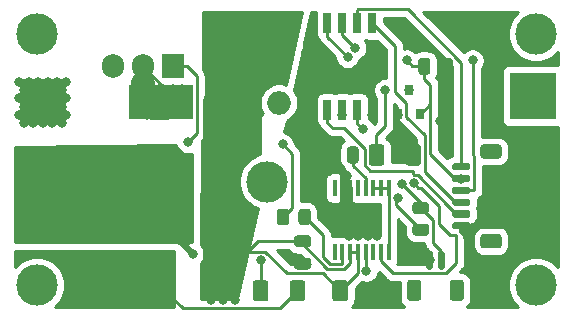
<source format=gbr>
%TF.GenerationSoftware,KiCad,Pcbnew,(5.1.9-0-10_14)*%
%TF.CreationDate,2021-03-17T00:33:25+08:00*%
%TF.ProjectId,xhp70-driver,78687037-302d-4647-9269-7665722e6b69,rev?*%
%TF.SameCoordinates,Original*%
%TF.FileFunction,Copper,L1,Top*%
%TF.FilePolarity,Positive*%
%FSLAX46Y46*%
G04 Gerber Fmt 4.6, Leading zero omitted, Abs format (unit mm)*
G04 Created by KiCad (PCBNEW (5.1.9-0-10_14)) date 2021-03-17 00:33:25*
%MOMM*%
%LPD*%
G01*
G04 APERTURE LIST*
%TA.AperFunction,ComponentPad*%
%ADD10C,3.500000*%
%TD*%
%TA.AperFunction,ComponentPad*%
%ADD11O,1.905000X2.000000*%
%TD*%
%TA.AperFunction,ComponentPad*%
%ADD12R,1.905000X2.000000*%
%TD*%
%TA.AperFunction,ComponentPad*%
%ADD13O,2.000000X2.000000*%
%TD*%
%TA.AperFunction,ComponentPad*%
%ADD14R,2.000000X2.000000*%
%TD*%
%TA.AperFunction,SMDPad,CuDef*%
%ADD15R,0.800000X0.900000*%
%TD*%
%TA.AperFunction,SMDPad,CuDef*%
%ADD16R,0.650000X1.700000*%
%TD*%
%TA.AperFunction,SMDPad,CuDef*%
%ADD17R,2.940000X2.720000*%
%TD*%
%TA.AperFunction,SMDPad,CuDef*%
%ADD18R,0.350000X1.400000*%
%TD*%
%TA.AperFunction,SMDPad,CuDef*%
%ADD19R,5.400000X2.900000*%
%TD*%
%TA.AperFunction,SMDPad,CuDef*%
%ADD20R,4.000000X4.000000*%
%TD*%
%TA.AperFunction,ViaPad*%
%ADD21C,0.800000*%
%TD*%
%TA.AperFunction,Conductor*%
%ADD22C,0.400000*%
%TD*%
%TA.AperFunction,Conductor*%
%ADD23C,0.250000*%
%TD*%
%TA.AperFunction,Conductor*%
%ADD24C,2.000000*%
%TD*%
%TA.AperFunction,Conductor*%
%ADD25C,3.000000*%
%TD*%
%TA.AperFunction,Conductor*%
%ADD26C,4.000000*%
%TD*%
%TA.AperFunction,Conductor*%
%ADD27C,0.500000*%
%TD*%
%TA.AperFunction,Conductor*%
%ADD28C,0.254000*%
%TD*%
%TA.AperFunction,Conductor*%
%ADD29C,0.100000*%
%TD*%
G04 APERTURE END LIST*
%TO.P,C8,2*%
%TO.N,GND*%
%TA.AperFunction,SMDPad,CuDef*%
G36*
G01*
X148700000Y-56475000D02*
X148700000Y-55525000D01*
G75*
G02*
X148950000Y-55275000I250000J0D01*
G01*
X149450000Y-55275000D01*
G75*
G02*
X149700000Y-55525000I0J-250000D01*
G01*
X149700000Y-56475000D01*
G75*
G02*
X149450000Y-56725000I-250000J0D01*
G01*
X148950000Y-56725000D01*
G75*
G02*
X148700000Y-56475000I0J250000D01*
G01*
G37*
%TD.AperFunction*%
%TO.P,C8,1*%
%TO.N,+5V*%
%TA.AperFunction,SMDPad,CuDef*%
G36*
G01*
X146800000Y-56475000D02*
X146800000Y-55525000D01*
G75*
G02*
X147050000Y-55275000I250000J0D01*
G01*
X147550000Y-55275000D01*
G75*
G02*
X147800000Y-55525000I0J-250000D01*
G01*
X147800000Y-56475000D01*
G75*
G02*
X147550000Y-56725000I-250000J0D01*
G01*
X147050000Y-56725000D01*
G75*
G02*
X146800000Y-56475000I0J250000D01*
G01*
G37*
%TD.AperFunction*%
%TD*%
D10*
%TO.P,H3,1*%
%TO.N,N/C*%
X156750000Y-74500000D03*
%TD*%
%TO.P,J2,MP*%
%TO.N,N/C*%
%TA.AperFunction,SMDPad,CuDef*%
G36*
G01*
X152299999Y-70200000D02*
X153600001Y-70200000D01*
G75*
G02*
X153850000Y-70449999I0J-249999D01*
G01*
X153850000Y-71150001D01*
G75*
G02*
X153600001Y-71400000I-249999J0D01*
G01*
X152299999Y-71400000D01*
G75*
G02*
X152050000Y-71150001I0J249999D01*
G01*
X152050000Y-70449999D01*
G75*
G02*
X152299999Y-70200000I249999J0D01*
G01*
G37*
%TD.AperFunction*%
%TA.AperFunction,SMDPad,CuDef*%
G36*
G01*
X152299999Y-62600000D02*
X153600001Y-62600000D01*
G75*
G02*
X153850000Y-62849999I0J-249999D01*
G01*
X153850000Y-63550001D01*
G75*
G02*
X153600001Y-63800000I-249999J0D01*
G01*
X152299999Y-63800000D01*
G75*
G02*
X152050000Y-63550001I0J249999D01*
G01*
X152050000Y-62849999D01*
G75*
G02*
X152299999Y-62600000I249999J0D01*
G01*
G37*
%TD.AperFunction*%
%TO.P,J2,6*%
%TO.N,GND*%
%TA.AperFunction,SMDPad,CuDef*%
G36*
G01*
X149800000Y-69200000D02*
X151050000Y-69200000D01*
G75*
G02*
X151200000Y-69350000I0J-150000D01*
G01*
X151200000Y-69650000D01*
G75*
G02*
X151050000Y-69800000I-150000J0D01*
G01*
X149800000Y-69800000D01*
G75*
G02*
X149650000Y-69650000I0J150000D01*
G01*
X149650000Y-69350000D01*
G75*
G02*
X149800000Y-69200000I150000J0D01*
G01*
G37*
%TD.AperFunction*%
%TO.P,J2,5*%
%TO.N,Net-(J2-Pad5)*%
%TA.AperFunction,SMDPad,CuDef*%
G36*
G01*
X149800000Y-68200000D02*
X151050000Y-68200000D01*
G75*
G02*
X151200000Y-68350000I0J-150000D01*
G01*
X151200000Y-68650000D01*
G75*
G02*
X151050000Y-68800000I-150000J0D01*
G01*
X149800000Y-68800000D01*
G75*
G02*
X149650000Y-68650000I0J150000D01*
G01*
X149650000Y-68350000D01*
G75*
G02*
X149800000Y-68200000I150000J0D01*
G01*
G37*
%TD.AperFunction*%
%TO.P,J2,4*%
%TO.N,EC_Int*%
%TA.AperFunction,SMDPad,CuDef*%
G36*
G01*
X149800000Y-67200000D02*
X151050000Y-67200000D01*
G75*
G02*
X151200000Y-67350000I0J-150000D01*
G01*
X151200000Y-67650000D01*
G75*
G02*
X151050000Y-67800000I-150000J0D01*
G01*
X149800000Y-67800000D01*
G75*
G02*
X149650000Y-67650000I0J150000D01*
G01*
X149650000Y-67350000D01*
G75*
G02*
X149800000Y-67200000I150000J0D01*
G01*
G37*
%TD.AperFunction*%
%TO.P,J2,3*%
%TO.N,EC_B*%
%TA.AperFunction,SMDPad,CuDef*%
G36*
G01*
X149800000Y-66200000D02*
X151050000Y-66200000D01*
G75*
G02*
X151200000Y-66350000I0J-150000D01*
G01*
X151200000Y-66650000D01*
G75*
G02*
X151050000Y-66800000I-150000J0D01*
G01*
X149800000Y-66800000D01*
G75*
G02*
X149650000Y-66650000I0J150000D01*
G01*
X149650000Y-66350000D01*
G75*
G02*
X149800000Y-66200000I150000J0D01*
G01*
G37*
%TD.AperFunction*%
%TO.P,J2,2*%
%TO.N,+5V*%
%TA.AperFunction,SMDPad,CuDef*%
G36*
G01*
X149800000Y-65200000D02*
X151050000Y-65200000D01*
G75*
G02*
X151200000Y-65350000I0J-150000D01*
G01*
X151200000Y-65650000D01*
G75*
G02*
X151050000Y-65800000I-150000J0D01*
G01*
X149800000Y-65800000D01*
G75*
G02*
X149650000Y-65650000I0J150000D01*
G01*
X149650000Y-65350000D01*
G75*
G02*
X149800000Y-65200000I150000J0D01*
G01*
G37*
%TD.AperFunction*%
%TO.P,J2,1*%
%TO.N,EC_A*%
%TA.AperFunction,SMDPad,CuDef*%
G36*
G01*
X149800000Y-64200000D02*
X151050000Y-64200000D01*
G75*
G02*
X151200000Y-64350000I0J-150000D01*
G01*
X151200000Y-64650000D01*
G75*
G02*
X151050000Y-64800000I-150000J0D01*
G01*
X149800000Y-64800000D01*
G75*
G02*
X149650000Y-64650000I0J150000D01*
G01*
X149650000Y-64350000D01*
G75*
G02*
X149800000Y-64200000I150000J0D01*
G01*
G37*
%TD.AperFunction*%
%TD*%
D11*
%TO.P,Q1,3*%
%TO.N,GND*%
X120920000Y-56000000D03*
%TO.P,Q1,2*%
%TO.N,Net-(D1-Pad2)*%
X123460000Y-56000000D03*
D12*
%TO.P,Q1,1*%
%TO.N,Net-(Q1-Pad1)*%
X126000000Y-56000000D03*
%TD*%
D13*
%TO.P,D1,2*%
%TO.N,Net-(D1-Pad2)*%
X135000000Y-59080000D03*
D14*
%TO.P,D1,1*%
%TO.N,Batt+*%
X135000000Y-54000000D03*
%TD*%
D15*
%TO.P,U3,3*%
%TO.N,Batt+*%
X146000000Y-58000000D03*
%TO.P,U3,2*%
%TO.N,+5V*%
X146950000Y-60000000D03*
%TO.P,U3,1*%
%TO.N,GND*%
X145050000Y-60000000D03*
%TD*%
D16*
%TO.P,U2,8*%
%TO.N,+5V*%
X139095000Y-52350000D03*
%TO.P,U2,7*%
%TO.N,EC_B*%
X140365000Y-52350000D03*
%TO.P,U2,6*%
%TO.N,EC_A*%
X141635000Y-52350000D03*
%TO.P,U2,5*%
%TO.N,EC_Int*%
X142905000Y-52350000D03*
%TO.P,U2,4*%
%TO.N,GND*%
X142905000Y-59650000D03*
%TO.P,U2,3*%
%TO.N,PWM*%
X141635000Y-59650000D03*
%TO.P,U2,2*%
%TO.N,NTC*%
X140365000Y-59650000D03*
%TO.P,U2,1*%
%TO.N,Net-(J2-Pad5)*%
X139095000Y-59650000D03*
%TD*%
D17*
%TO.P,U1,17*%
%TO.N,GND*%
X142000000Y-69000000D03*
D18*
%TO.P,U1,8*%
%TO.N,Net-(U1-Pad8)*%
X139725000Y-66300000D03*
%TO.P,U1,9*%
%TO.N,Net-(U1-Pad9)*%
X139725000Y-71700000D03*
%TO.P,U1,7*%
%TO.N,GND*%
X140375000Y-66300000D03*
%TO.P,U1,10*%
%TO.N,Net-(R3-Pad2)*%
X140375000Y-71700000D03*
%TO.P,U1,6*%
%TO.N,GND*%
X141025000Y-66300000D03*
%TO.P,U1,11*%
%TO.N,Batt+*%
X141025000Y-71700000D03*
%TO.P,U1,5*%
%TO.N,Net-(U1-Pad5)*%
X141675000Y-66300000D03*
%TO.P,U1,12*%
%TO.N,Batt+*%
X141675000Y-71700000D03*
%TO.P,U1,4*%
%TO.N,Net-(C6-Pad1)*%
X142325000Y-66300000D03*
%TO.P,U1,13*%
%TO.N,Net-(C3-Pad2)*%
X142325000Y-71700000D03*
%TO.P,U1,3*%
%TO.N,Net-(U1-Pad1)*%
X142975000Y-66300000D03*
%TO.P,U1,14*%
%TO.N,Net-(U1-Pad14)*%
X142975000Y-71700000D03*
%TO.P,U1,2*%
%TO.N,Net-(U1-Pad1)*%
X143625000Y-66300000D03*
%TO.P,U1,15*%
%TO.N,PWM*%
X143625000Y-71700000D03*
%TO.P,U1,1*%
%TO.N,Net-(U1-Pad1)*%
X144275000Y-66300000D03*
%TO.P,U1,16*%
X144275000Y-71700000D03*
%TD*%
%TO.P,R5,MP*%
%TO.N,N/C*%
%TA.AperFunction,SMDPad,CuDef*%
G36*
G01*
X147050000Y-74299999D02*
X147050000Y-75600001D01*
G75*
G02*
X146800001Y-75850000I-249999J0D01*
G01*
X146099999Y-75850000D01*
G75*
G02*
X145850000Y-75600001I0J249999D01*
G01*
X145850000Y-74299999D01*
G75*
G02*
X146099999Y-74050000I249999J0D01*
G01*
X146800001Y-74050000D01*
G75*
G02*
X147050000Y-74299999I0J-249999D01*
G01*
G37*
%TD.AperFunction*%
%TA.AperFunction,SMDPad,CuDef*%
G36*
G01*
X150650000Y-74299999D02*
X150650000Y-75600001D01*
G75*
G02*
X150400001Y-75850000I-249999J0D01*
G01*
X149699999Y-75850000D01*
G75*
G02*
X149450000Y-75600001I0J249999D01*
G01*
X149450000Y-74299999D01*
G75*
G02*
X149699999Y-74050000I249999J0D01*
G01*
X150400001Y-74050000D01*
G75*
G02*
X150650000Y-74299999I0J-249999D01*
G01*
G37*
%TD.AperFunction*%
%TO.P,R5,2*%
%TO.N,GND*%
%TA.AperFunction,SMDPad,CuDef*%
G36*
G01*
X148050000Y-71800000D02*
X148050000Y-73050000D01*
G75*
G02*
X147900000Y-73200000I-150000J0D01*
G01*
X147600000Y-73200000D01*
G75*
G02*
X147450000Y-73050000I0J150000D01*
G01*
X147450000Y-71800000D01*
G75*
G02*
X147600000Y-71650000I150000J0D01*
G01*
X147900000Y-71650000D01*
G75*
G02*
X148050000Y-71800000I0J-150000D01*
G01*
G37*
%TD.AperFunction*%
%TO.P,R5,1*%
%TO.N,NTC*%
%TA.AperFunction,SMDPad,CuDef*%
G36*
G01*
X149050000Y-71800000D02*
X149050000Y-73050000D01*
G75*
G02*
X148900000Y-73200000I-150000J0D01*
G01*
X148600000Y-73200000D01*
G75*
G02*
X148450000Y-73050000I0J150000D01*
G01*
X148450000Y-71800000D01*
G75*
G02*
X148600000Y-71650000I150000J0D01*
G01*
X148900000Y-71650000D01*
G75*
G02*
X149050000Y-71800000I0J-150000D01*
G01*
G37*
%TD.AperFunction*%
%TD*%
%TO.P,R4,2*%
%TO.N,NTC*%
%TA.AperFunction,SMDPad,CuDef*%
G36*
G01*
X147450002Y-68512500D02*
X146549998Y-68512500D01*
G75*
G02*
X146300000Y-68262502I0J249998D01*
G01*
X146300000Y-67737498D01*
G75*
G02*
X146549998Y-67487500I249998J0D01*
G01*
X147450002Y-67487500D01*
G75*
G02*
X147700000Y-67737498I0J-249998D01*
G01*
X147700000Y-68262502D01*
G75*
G02*
X147450002Y-68512500I-249998J0D01*
G01*
G37*
%TD.AperFunction*%
%TO.P,R4,1*%
%TO.N,+5V*%
%TA.AperFunction,SMDPad,CuDef*%
G36*
G01*
X147450002Y-70337500D02*
X146549998Y-70337500D01*
G75*
G02*
X146300000Y-70087502I0J249998D01*
G01*
X146300000Y-69562498D01*
G75*
G02*
X146549998Y-69312500I249998J0D01*
G01*
X147450002Y-69312500D01*
G75*
G02*
X147700000Y-69562498I0J-249998D01*
G01*
X147700000Y-70087502D01*
G75*
G02*
X147450002Y-70337500I-249998J0D01*
G01*
G37*
%TD.AperFunction*%
%TD*%
%TO.P,R3,2*%
%TO.N,Net-(R3-Pad2)*%
%TA.AperFunction,SMDPad,CuDef*%
G36*
G01*
X136650000Y-69200002D02*
X136650000Y-68299998D01*
G75*
G02*
X136899998Y-68050000I249998J0D01*
G01*
X137425002Y-68050000D01*
G75*
G02*
X137675000Y-68299998I0J-249998D01*
G01*
X137675000Y-69200002D01*
G75*
G02*
X137425002Y-69450000I-249998J0D01*
G01*
X136899998Y-69450000D01*
G75*
G02*
X136650000Y-69200002I0J249998D01*
G01*
G37*
%TD.AperFunction*%
%TO.P,R3,1*%
%TO.N,Net-(Q1-Pad1)*%
%TA.AperFunction,SMDPad,CuDef*%
G36*
G01*
X134825000Y-69200002D02*
X134825000Y-68299998D01*
G75*
G02*
X135074998Y-68050000I249998J0D01*
G01*
X135600002Y-68050000D01*
G75*
G02*
X135850000Y-68299998I0J-249998D01*
G01*
X135850000Y-69200002D01*
G75*
G02*
X135600002Y-69450000I-249998J0D01*
G01*
X135074998Y-69450000D01*
G75*
G02*
X134825000Y-69200002I0J249998D01*
G01*
G37*
%TD.AperFunction*%
%TD*%
%TO.P,R1,2*%
%TO.N,Net-(C3-Pad2)*%
%TA.AperFunction,SMDPad,CuDef*%
G36*
G01*
X124650000Y-72574999D02*
X124650000Y-75425001D01*
G75*
G02*
X124400001Y-75675000I-249999J0D01*
G01*
X123674999Y-75675000D01*
G75*
G02*
X123425000Y-75425001I0J249999D01*
G01*
X123425000Y-72574999D01*
G75*
G02*
X123674999Y-72325000I249999J0D01*
G01*
X124400001Y-72325000D01*
G75*
G02*
X124650000Y-72574999I0J-249999D01*
G01*
G37*
%TD.AperFunction*%
%TO.P,R1,1*%
%TO.N,Batt+*%
%TA.AperFunction,SMDPad,CuDef*%
G36*
G01*
X130575000Y-72574999D02*
X130575000Y-75425001D01*
G75*
G02*
X130325001Y-75675000I-249999J0D01*
G01*
X129599999Y-75675000D01*
G75*
G02*
X129350000Y-75425001I0J249999D01*
G01*
X129350000Y-72574999D01*
G75*
G02*
X129599999Y-72325000I249999J0D01*
G01*
X130325001Y-72325000D01*
G75*
G02*
X130575000Y-72574999I0J-249999D01*
G01*
G37*
%TD.AperFunction*%
%TD*%
D19*
%TO.P,L1,2*%
%TO.N,Net-(D1-Pad2)*%
X125000000Y-59050000D03*
%TO.P,L1,1*%
%TO.N,Net-(C3-Pad1)*%
X125000000Y-68950000D03*
%TD*%
D20*
%TO.P,J1,2*%
%TO.N,GND*%
X156500000Y-65000000D03*
%TO.P,J1,1*%
%TO.N,Batt+*%
X156500000Y-58500000D03*
%TD*%
%TO.P,D2,2*%
%TO.N,Net-(C3-Pad2)*%
X115000000Y-59000000D03*
%TO.P,D2,1*%
%TO.N,Net-(C3-Pad1)*%
X115000000Y-65500000D03*
%TD*%
%TO.P,C6,2*%
%TO.N,GND*%
%TA.AperFunction,SMDPad,CuDef*%
G36*
G01*
X139850000Y-63025000D02*
X139850000Y-63975000D01*
G75*
G02*
X139600000Y-64225000I-250000J0D01*
G01*
X139100000Y-64225000D01*
G75*
G02*
X138850000Y-63975000I0J250000D01*
G01*
X138850000Y-63025000D01*
G75*
G02*
X139100000Y-62775000I250000J0D01*
G01*
X139600000Y-62775000D01*
G75*
G02*
X139850000Y-63025000I0J-250000D01*
G01*
G37*
%TD.AperFunction*%
%TO.P,C6,1*%
%TO.N,Net-(C6-Pad1)*%
%TA.AperFunction,SMDPad,CuDef*%
G36*
G01*
X141750000Y-63025000D02*
X141750000Y-63975000D01*
G75*
G02*
X141500000Y-64225000I-250000J0D01*
G01*
X141000000Y-64225000D01*
G75*
G02*
X140750000Y-63975000I0J250000D01*
G01*
X140750000Y-63025000D01*
G75*
G02*
X141000000Y-62775000I250000J0D01*
G01*
X141500000Y-62775000D01*
G75*
G02*
X141750000Y-63025000I0J-250000D01*
G01*
G37*
%TD.AperFunction*%
%TD*%
%TO.P,C5,2*%
%TO.N,GND*%
%TA.AperFunction,SMDPad,CuDef*%
G36*
G01*
X136525000Y-72200000D02*
X137475000Y-72200000D01*
G75*
G02*
X137725000Y-72450000I0J-250000D01*
G01*
X137725000Y-72950000D01*
G75*
G02*
X137475000Y-73200000I-250000J0D01*
G01*
X136525000Y-73200000D01*
G75*
G02*
X136275000Y-72950000I0J250000D01*
G01*
X136275000Y-72450000D01*
G75*
G02*
X136525000Y-72200000I250000J0D01*
G01*
G37*
%TD.AperFunction*%
%TO.P,C5,1*%
%TO.N,Batt+*%
%TA.AperFunction,SMDPad,CuDef*%
G36*
G01*
X136525000Y-70300000D02*
X137475000Y-70300000D01*
G75*
G02*
X137725000Y-70550000I0J-250000D01*
G01*
X137725000Y-71050000D01*
G75*
G02*
X137475000Y-71300000I-250000J0D01*
G01*
X136525000Y-71300000D01*
G75*
G02*
X136275000Y-71050000I0J250000D01*
G01*
X136275000Y-70550000D01*
G75*
G02*
X136525000Y-70300000I250000J0D01*
G01*
G37*
%TD.AperFunction*%
%TD*%
%TO.P,C4,2*%
%TO.N,GND*%
%TA.AperFunction,SMDPad,CuDef*%
G36*
G01*
X145712500Y-64150003D02*
X145712500Y-62849997D01*
G75*
G02*
X145962497Y-62600000I249997J0D01*
G01*
X146787503Y-62600000D01*
G75*
G02*
X147037500Y-62849997I0J-249997D01*
G01*
X147037500Y-64150003D01*
G75*
G02*
X146787503Y-64400000I-249997J0D01*
G01*
X145962497Y-64400000D01*
G75*
G02*
X145712500Y-64150003I0J249997D01*
G01*
G37*
%TD.AperFunction*%
%TO.P,C4,1*%
%TO.N,Batt+*%
%TA.AperFunction,SMDPad,CuDef*%
G36*
G01*
X142587500Y-64150003D02*
X142587500Y-62849997D01*
G75*
G02*
X142837497Y-62600000I249997J0D01*
G01*
X143662503Y-62600000D01*
G75*
G02*
X143912500Y-62849997I0J-249997D01*
G01*
X143912500Y-64150003D01*
G75*
G02*
X143662503Y-64400000I-249997J0D01*
G01*
X142837497Y-64400000D01*
G75*
G02*
X142587500Y-64150003I0J249997D01*
G01*
G37*
%TD.AperFunction*%
%TD*%
%TO.P,C3,2*%
%TO.N,Net-(C3-Pad2)*%
%TA.AperFunction,SMDPad,CuDef*%
G36*
G01*
X135900000Y-75650003D02*
X135900000Y-74349997D01*
G75*
G02*
X136149997Y-74100000I249997J0D01*
G01*
X136975003Y-74100000D01*
G75*
G02*
X137225000Y-74349997I0J-249997D01*
G01*
X137225000Y-75650003D01*
G75*
G02*
X136975003Y-75900000I-249997J0D01*
G01*
X136149997Y-75900000D01*
G75*
G02*
X135900000Y-75650003I0J249997D01*
G01*
G37*
%TD.AperFunction*%
%TO.P,C3,1*%
%TO.N,Net-(C3-Pad1)*%
%TA.AperFunction,SMDPad,CuDef*%
G36*
G01*
X132775000Y-75650003D02*
X132775000Y-74349997D01*
G75*
G02*
X133024997Y-74100000I249997J0D01*
G01*
X133850003Y-74100000D01*
G75*
G02*
X134100000Y-74349997I0J-249997D01*
G01*
X134100000Y-75650003D01*
G75*
G02*
X133850003Y-75900000I-249997J0D01*
G01*
X133024997Y-75900000D01*
G75*
G02*
X132775000Y-75650003I0J249997D01*
G01*
G37*
%TD.AperFunction*%
%TD*%
%TO.P,C2,2*%
%TO.N,GND*%
%TA.AperFunction,SMDPad,CuDef*%
G36*
G01*
X142650000Y-75650003D02*
X142650000Y-74349997D01*
G75*
G02*
X142899997Y-74100000I249997J0D01*
G01*
X143725003Y-74100000D01*
G75*
G02*
X143975000Y-74349997I0J-249997D01*
G01*
X143975000Y-75650003D01*
G75*
G02*
X143725003Y-75900000I-249997J0D01*
G01*
X142899997Y-75900000D01*
G75*
G02*
X142650000Y-75650003I0J249997D01*
G01*
G37*
%TD.AperFunction*%
%TO.P,C2,1*%
%TO.N,Batt+*%
%TA.AperFunction,SMDPad,CuDef*%
G36*
G01*
X139525000Y-75650003D02*
X139525000Y-74349997D01*
G75*
G02*
X139774997Y-74100000I249997J0D01*
G01*
X140600003Y-74100000D01*
G75*
G02*
X140850000Y-74349997I0J-249997D01*
G01*
X140850000Y-75650003D01*
G75*
G02*
X140600003Y-75900000I-249997J0D01*
G01*
X139774997Y-75900000D01*
G75*
G02*
X139525000Y-75650003I0J249997D01*
G01*
G37*
%TD.AperFunction*%
%TD*%
D10*
%TO.P,H1,1*%
%TO.N,N/C*%
X114500000Y-53250000D03*
%TD*%
%TO.P,H5,1*%
%TO.N,N/C*%
X134000000Y-65750000D03*
%TD*%
%TO.P,H4,1*%
%TO.N,N/C*%
X156750000Y-53250000D03*
%TD*%
%TO.P,H2,1*%
%TO.N,N/C*%
X114500000Y-74500000D03*
%TD*%
D21*
%TO.N,GND*%
X137000000Y-72700000D03*
X158000000Y-63500000D03*
X157000000Y-63500000D03*
X156000000Y-63500000D03*
X155000000Y-63500000D03*
X155000000Y-64500000D03*
X156000000Y-64500000D03*
X157000000Y-64500000D03*
X158000000Y-64500000D03*
X156000000Y-66500000D03*
X157000000Y-66500000D03*
X158000000Y-66500000D03*
X155000000Y-66500000D03*
X155000000Y-65500000D03*
X156000000Y-65500000D03*
X158000000Y-65500000D03*
X157000000Y-65500000D03*
X147750000Y-72425000D03*
X140900000Y-68000000D03*
X141700000Y-68000000D03*
X142500000Y-68000000D03*
X143300000Y-68000000D03*
X140900000Y-68800000D03*
X141700000Y-68800000D03*
X142500000Y-68800000D03*
X143300000Y-68800000D03*
X143300000Y-69600000D03*
X142500000Y-69600000D03*
X141700000Y-69600000D03*
X140900000Y-69600000D03*
X140900000Y-70400000D03*
X141700000Y-70400000D03*
X142500000Y-70400000D03*
X143300000Y-70400000D03*
X139350000Y-63500000D03*
X142838803Y-60100000D03*
X146375000Y-63500000D03*
X151000000Y-70500000D03*
X143312500Y-75000000D03*
X148650000Y-60600000D03*
X145050001Y-60100000D03*
%TO.N,Net-(C3-Pad2)*%
X122700000Y-72200000D03*
X123500000Y-72200000D03*
X124300000Y-72200000D03*
X125100000Y-72200000D03*
X124700000Y-72900000D03*
X123900000Y-72900000D03*
X123100000Y-72900000D03*
X125100000Y-73600000D03*
X122700000Y-73600000D03*
X124300000Y-73600000D03*
X123500000Y-73600000D03*
X123900000Y-74300000D03*
X123100000Y-74300000D03*
X124700000Y-74300000D03*
X125100000Y-75000000D03*
X123900000Y-75700000D03*
X123100000Y-75700000D03*
X124700000Y-75700000D03*
X123500000Y-75000000D03*
X124300000Y-75000000D03*
X122700000Y-75000000D03*
X113000000Y-57300000D03*
X142400000Y-73300000D03*
X136562500Y-75000000D03*
X136562500Y-75000000D03*
X113800000Y-57300000D03*
X114600000Y-57300000D03*
X115400000Y-57300000D03*
X116200000Y-57300000D03*
X116600000Y-58000000D03*
X115000000Y-58000000D03*
X114200000Y-58000000D03*
X115800000Y-58000000D03*
X113400000Y-58000000D03*
X117000000Y-57300000D03*
X116200000Y-58700000D03*
X116600000Y-59400000D03*
X114200000Y-59400000D03*
X114600000Y-58700000D03*
X115000000Y-59400000D03*
X113400000Y-59400000D03*
X115800000Y-59400000D03*
X117000000Y-58700000D03*
X113800000Y-58700000D03*
X115400000Y-58700000D03*
X113000000Y-58700000D03*
X115800000Y-60800000D03*
X113000000Y-60100000D03*
X115400000Y-60100000D03*
X114200000Y-60800000D03*
X116600000Y-60800000D03*
X115000000Y-60800000D03*
X113800000Y-60100000D03*
X117000000Y-60100000D03*
X116200000Y-60100000D03*
X114600000Y-60100000D03*
X113400000Y-60800000D03*
X120300000Y-72200000D03*
X121100000Y-72200000D03*
X121900000Y-72200000D03*
X122300000Y-72900000D03*
X121500000Y-72900000D03*
X120700000Y-72900000D03*
X120300000Y-73600000D03*
X121900000Y-73600000D03*
X121100000Y-73600000D03*
X119500000Y-72200000D03*
X118300000Y-72900000D03*
X118700000Y-73600000D03*
X117900000Y-73600000D03*
X118700000Y-72200000D03*
X119100000Y-72900000D03*
X117900000Y-72200000D03*
X119500000Y-73600000D03*
X119900000Y-72900000D03*
X121500000Y-74300000D03*
X120700000Y-74300000D03*
X122300000Y-74300000D03*
X121500000Y-75700000D03*
X120700000Y-75700000D03*
X122300000Y-75700000D03*
X121100000Y-75000000D03*
X121900000Y-75000000D03*
X120300000Y-75000000D03*
X118300000Y-75700000D03*
X119500000Y-75000000D03*
X119100000Y-74300000D03*
X117900000Y-75000000D03*
X118300000Y-74300000D03*
X119100000Y-75700000D03*
X118700000Y-75000000D03*
X119900000Y-75700000D03*
X119900000Y-74300000D03*
%TO.N,Net-(D1-Pad2)*%
X123450000Y-57950000D03*
X124300000Y-57950000D03*
X125150000Y-57950000D03*
X126000000Y-57950000D03*
X124700000Y-58650000D03*
X123850000Y-58650000D03*
X126400000Y-58650000D03*
X125550000Y-58650000D03*
X124300000Y-59350000D03*
X126000000Y-59350000D03*
X125150000Y-59350000D03*
X125550000Y-60050000D03*
X126400000Y-60050000D03*
X126800000Y-59350000D03*
X127200000Y-60050000D03*
X127200000Y-58650000D03*
X126800000Y-57950000D03*
X124700000Y-60100000D03*
X122950000Y-58650000D03*
X123800000Y-60100000D03*
X123400000Y-59350000D03*
%TO.N,Net-(Q1-Pad1)*%
X127300000Y-62400000D03*
X135300000Y-62600000D03*
%TO.N,Batt+*%
X158000000Y-59000000D03*
X158000000Y-60000000D03*
X157000000Y-60000000D03*
X157000000Y-59000000D03*
X156000000Y-59000000D03*
X156000000Y-60000000D03*
X155000000Y-60000000D03*
X155000000Y-59000000D03*
X155000000Y-58000000D03*
X156000000Y-58000000D03*
X157000000Y-58000000D03*
X158000000Y-58000000D03*
X158000000Y-57000000D03*
X157000000Y-57000000D03*
X156000000Y-57000000D03*
X155000000Y-57000000D03*
X129250000Y-72750000D03*
X130250000Y-72750000D03*
X131250000Y-72750000D03*
X130750000Y-73500000D03*
X129750000Y-73500000D03*
X128750000Y-73500000D03*
X131250000Y-74250000D03*
X129250000Y-74250000D03*
X130250000Y-74250000D03*
X129250000Y-75750000D03*
X130250000Y-75750000D03*
X131250000Y-75750000D03*
X130750000Y-75000000D03*
X128750000Y-75000000D03*
X129750000Y-75000000D03*
X144000000Y-58000000D03*
X140193750Y-74993750D03*
X146000000Y-58000000D03*
%TO.N,PWM*%
X142100000Y-61300000D03*
X146387347Y-65912653D03*
%TO.N,Net-(C3-Pad1)*%
X133500000Y-72400000D03*
X127700000Y-71900000D03*
%TO.N,+5V*%
X145800000Y-55500000D03*
X140800000Y-55200000D03*
X145068094Y-67100001D03*
X150425000Y-65500000D03*
%TO.N,NTC*%
X145388060Y-65950451D03*
X140365000Y-60100000D03*
%TO.N,EC_B*%
X141440186Y-54431777D03*
X151400000Y-55500000D03*
%TD*%
D22*
%TO.N,GND*%
X141025000Y-68025000D02*
X141150000Y-68150000D01*
X141025000Y-66300000D02*
X141025000Y-68025000D01*
X140375000Y-67375000D02*
X142000000Y-69000000D01*
X140375000Y-66300000D02*
X140375000Y-67375000D01*
X140375000Y-64525000D02*
X139350000Y-63500000D01*
X140375000Y-66300000D02*
X140375000Y-64525000D01*
X141150000Y-68150000D02*
X142000000Y-69000000D01*
X150425000Y-69925000D02*
X151000000Y-70500000D01*
X150425000Y-69500000D02*
X150425000Y-69925000D01*
X149200000Y-60050000D02*
X148650000Y-60600000D01*
X149200000Y-56000000D02*
X149200000Y-60050000D01*
D23*
%TO.N,Net-(C3-Pad2)*%
X142325000Y-73225000D02*
X142400000Y-73300000D01*
X142325000Y-71700000D02*
X142325000Y-73225000D01*
X135087499Y-76475001D02*
X136562500Y-75000000D01*
X126875001Y-76475001D02*
X135087499Y-76475001D01*
X124700000Y-74300000D02*
X126875001Y-76475001D01*
D24*
%TO.N,Net-(D1-Pad2)*%
X124389999Y-59050000D02*
X123700000Y-58360001D01*
X123450000Y-58360001D02*
X123450000Y-57371216D01*
D25*
X125312502Y-59050000D02*
X124350000Y-59050000D01*
D23*
X125000000Y-57540000D02*
X123460000Y-56000000D01*
X125000000Y-59050000D02*
X125000000Y-57540000D01*
%TO.N,Net-(Q1-Pad1)*%
X128025001Y-61674999D02*
X127300000Y-62400000D01*
X128025001Y-56822501D02*
X128025001Y-61674999D01*
X127202500Y-56000000D02*
X128025001Y-56822501D01*
X126000000Y-56000000D02*
X127202500Y-56000000D01*
X136075001Y-68012499D02*
X135337500Y-68750000D01*
X136075001Y-63375001D02*
X136075001Y-68012499D01*
X135300000Y-62600000D02*
X136075001Y-63375001D01*
%TO.N,Net-(R3-Pad2)*%
X137162500Y-68750000D02*
X138700000Y-70287500D01*
X140375000Y-72650000D02*
X140375000Y-71700000D01*
X139289999Y-72725001D02*
X140299999Y-72725001D01*
X140299999Y-72725001D02*
X140375000Y-72650000D01*
X138700000Y-72135002D02*
X139289999Y-72725001D01*
X138700000Y-70287500D02*
X138700000Y-72135002D01*
D25*
%TO.N,Batt+*%
X129962500Y-59037500D02*
X129962500Y-73787500D01*
X135000000Y-54000000D02*
X129962500Y-59037500D01*
X129962500Y-73787500D02*
X129962500Y-74000000D01*
D23*
X137000000Y-71071412D02*
X137000000Y-70800000D01*
X139103598Y-73175010D02*
X137000000Y-71071412D01*
X140499989Y-73175011D02*
X139103598Y-73175010D01*
X141025000Y-72650000D02*
X140499989Y-73175011D01*
X141025000Y-71700000D02*
X141025000Y-72650000D01*
X133200000Y-70800000D02*
X131250000Y-72750000D01*
X137000000Y-70800000D02*
X133200000Y-70800000D01*
X130250000Y-75500000D02*
X130750000Y-75000000D01*
X130250000Y-75750000D02*
X130250000Y-75500000D01*
X129250000Y-75500000D02*
X128750000Y-75000000D01*
X129250000Y-75750000D02*
X129250000Y-75500000D01*
X131250000Y-75500000D02*
X130750000Y-75000000D01*
X131250000Y-75750000D02*
X131250000Y-75500000D01*
X143250000Y-63500000D02*
X143250000Y-61800000D01*
X141025000Y-71700000D02*
X141675000Y-71700000D01*
X141675000Y-73512500D02*
X141675000Y-71700000D01*
X140187500Y-75000000D02*
X140193750Y-74993750D01*
X132325001Y-71674999D02*
X131250000Y-72750000D01*
X133848001Y-71674999D02*
X132325001Y-71674999D01*
X135698012Y-73525010D02*
X133848001Y-71674999D01*
X138712510Y-73525010D02*
X135698012Y-73525010D01*
X140187500Y-75000000D02*
X138712510Y-73525010D01*
X140193750Y-74993750D02*
X141675000Y-73512500D01*
X144000000Y-61050000D02*
X144000000Y-58000000D01*
X143250000Y-61800000D02*
X144000000Y-61050000D01*
%TO.N,Net-(J2-Pad5)*%
X142699299Y-64824989D02*
X146324989Y-64824989D01*
X150000000Y-68500000D02*
X150675000Y-68500000D01*
X142262490Y-62974300D02*
X142262490Y-64388180D01*
X140483190Y-61195000D02*
X142262490Y-62974300D01*
X139540000Y-61195000D02*
X140483190Y-61195000D01*
X142262490Y-64388180D02*
X142699299Y-64824989D01*
X139095000Y-60750000D02*
X139540000Y-61195000D01*
X139095000Y-59650000D02*
X139095000Y-60750000D01*
X149978232Y-68500000D02*
X150425000Y-68500000D01*
X149324990Y-67846758D02*
X149978232Y-68500000D01*
X146735348Y-65187652D02*
X149324990Y-67777294D01*
X146437652Y-65187652D02*
X146735348Y-65187652D01*
X149324990Y-67777294D02*
X149324990Y-67846758D01*
X146324989Y-65074989D02*
X146437652Y-65187652D01*
X146324989Y-64824989D02*
X146324989Y-65074989D01*
%TO.N,PWM*%
X141635000Y-60835000D02*
X142100000Y-61300000D01*
X141635000Y-59650000D02*
X141635000Y-60835000D01*
X146787346Y-66312652D02*
X147012652Y-66312652D01*
X146387347Y-65912653D02*
X146787346Y-66312652D01*
X148515297Y-67815297D02*
X148515297Y-69309317D01*
X148515297Y-69309317D02*
X149505980Y-70300000D01*
X147012652Y-66312652D02*
X148515297Y-67815297D01*
X149505980Y-70300000D02*
X150000000Y-70300000D01*
X143625000Y-72510002D02*
X143625000Y-71700000D01*
X144640008Y-73525010D02*
X143625000Y-72510002D01*
X149096758Y-73525010D02*
X144640008Y-73525010D01*
X150000000Y-72621768D02*
X149096758Y-73525010D01*
X150000000Y-70300000D02*
X150000000Y-72621768D01*
D26*
%TO.N,Net-(C3-Pad1)*%
X118450000Y-68950000D02*
X115000000Y-65500000D01*
X125000000Y-68950000D02*
X118450000Y-68950000D01*
D23*
X133437500Y-72462500D02*
X133500000Y-72400000D01*
X133437500Y-75000000D02*
X133437500Y-72462500D01*
X125000000Y-69200000D02*
X125000000Y-68950000D01*
D27*
X127700000Y-71900000D02*
X125000000Y-69200000D01*
D23*
%TO.N,Net-(C6-Pad1)*%
X141250000Y-64414998D02*
X142325000Y-65489998D01*
X142325000Y-65489998D02*
X142325000Y-66300000D01*
X141250000Y-63500000D02*
X141250000Y-64414998D01*
%TO.N,+5V*%
X146000000Y-55700000D02*
X145800000Y-55500000D01*
X139095000Y-53495000D02*
X139095000Y-52350000D01*
X140800000Y-55200000D02*
X139095000Y-53495000D01*
X146300000Y-56000000D02*
X145800000Y-55500000D01*
X147300000Y-56000000D02*
X146300000Y-56000000D01*
X147000000Y-69825000D02*
X144900000Y-67725000D01*
X144900000Y-67268095D02*
X145068094Y-67100001D01*
X144900000Y-67725000D02*
X144900000Y-67268095D01*
X147812520Y-63412520D02*
X149900000Y-65500000D01*
X149900000Y-65500000D02*
X150675000Y-65500000D01*
X147300000Y-57050000D02*
X147812520Y-57562520D01*
X147300000Y-56000000D02*
X147300000Y-57050000D01*
X146950000Y-60000000D02*
X147000000Y-60000000D01*
X147812520Y-59187480D02*
X147812520Y-63412520D01*
X147000000Y-60000000D02*
X147812520Y-59187480D01*
X147812520Y-57562520D02*
X147812520Y-59187480D01*
%TO.N,NTC*%
X147000000Y-68000000D02*
X147000000Y-67564998D01*
X148750000Y-71650000D02*
X148750000Y-72425000D01*
X148025010Y-70925010D02*
X148750000Y-71650000D01*
X148025010Y-69025010D02*
X148025010Y-70925010D01*
X147000000Y-68000000D02*
X148025010Y-69025010D01*
X147000000Y-67562391D02*
X145388060Y-65950451D01*
X147000000Y-68000000D02*
X147000000Y-67562391D01*
%TO.N,Net-(U1-Pad1)*%
X144275000Y-66300000D02*
X143625000Y-66300000D01*
X144275000Y-66300000D02*
X144275000Y-71700000D01*
X142975000Y-66300000D02*
X143625000Y-66300000D01*
%TO.N,EC_Int*%
X144800000Y-54245000D02*
X142905000Y-52350000D01*
X145775001Y-59138591D02*
X144800000Y-58163590D01*
X145775001Y-60260003D02*
X145775001Y-59138591D01*
X147362510Y-61847512D02*
X145775001Y-60260003D01*
X147362510Y-64962510D02*
X147362510Y-61847512D01*
X144800000Y-58163590D02*
X144800000Y-54245000D01*
X149900000Y-67500000D02*
X147362510Y-64962510D01*
X150675000Y-67500000D02*
X149900000Y-67500000D01*
%TO.N,EC_B*%
X140365000Y-53356591D02*
X141440186Y-54431777D01*
X140365000Y-52350000D02*
X140365000Y-53356591D01*
X150425000Y-66500000D02*
X151200000Y-66500000D01*
X151500000Y-66500000D02*
X150425000Y-66500000D01*
X151525010Y-66474990D02*
X151500000Y-66500000D01*
X151525010Y-63588200D02*
X151525010Y-66474990D01*
X151400000Y-63463190D02*
X151525010Y-63588200D01*
X151400000Y-55500000D02*
X151400000Y-63463190D01*
%TO.N,EC_A*%
X150425000Y-55686810D02*
X150425000Y-64500000D01*
X145913189Y-51174999D02*
X150425000Y-55686810D01*
X141635000Y-51250000D02*
X141710001Y-51174999D01*
X141710001Y-51174999D02*
X145913189Y-51174999D01*
X141635000Y-52350000D02*
X141635000Y-51250000D01*
%TD*%
D28*
%TO.N,Batt+*%
X135555535Y-57540399D02*
X135476912Y-57507832D01*
X135161033Y-57445000D01*
X134838967Y-57445000D01*
X134523088Y-57507832D01*
X134225537Y-57631082D01*
X133957748Y-57810013D01*
X133730013Y-58037748D01*
X133551082Y-58305537D01*
X133427832Y-58603088D01*
X133365000Y-58918967D01*
X133365000Y-59241033D01*
X133427832Y-59556912D01*
X133551082Y-59854463D01*
X133607120Y-59938330D01*
X133405079Y-60165626D01*
X133390442Y-60185765D01*
X133380016Y-60208373D01*
X133374200Y-60232581D01*
X133373000Y-60250000D01*
X133373000Y-63442993D01*
X133304321Y-63456654D01*
X132870279Y-63636440D01*
X132479651Y-63897450D01*
X132147450Y-64229651D01*
X131886440Y-64620279D01*
X131706654Y-65054321D01*
X131615000Y-65515098D01*
X131615000Y-65984902D01*
X131706654Y-66445679D01*
X131886440Y-66879721D01*
X132147450Y-67270349D01*
X132479651Y-67602550D01*
X132870279Y-67863560D01*
X133180187Y-67991928D01*
X131424943Y-75715001D01*
X128379621Y-75715001D01*
X128407684Y-72656027D01*
X128503937Y-72559774D01*
X128617205Y-72390256D01*
X128695226Y-72201898D01*
X128735000Y-72001939D01*
X128735000Y-71798061D01*
X128695226Y-71598102D01*
X128617205Y-71409744D01*
X128503937Y-71240226D01*
X128421430Y-71157719D01*
X128502952Y-62271849D01*
X128536003Y-62238798D01*
X128565002Y-62215000D01*
X128659975Y-62099275D01*
X128730547Y-61967246D01*
X128774004Y-61823985D01*
X128785001Y-61712332D01*
X128785001Y-61712323D01*
X128788677Y-61675000D01*
X128785001Y-61637677D01*
X128785001Y-56859823D01*
X128788677Y-56822500D01*
X128785001Y-56785177D01*
X128785001Y-56785168D01*
X128774004Y-56673515D01*
X128730547Y-56530254D01*
X128659975Y-56398224D01*
X128588800Y-56311498D01*
X128565002Y-56282500D01*
X128557953Y-56276715D01*
X128602602Y-51410000D01*
X136948807Y-51410000D01*
X135555535Y-57540399D01*
%TA.AperFunction,Conductor*%
D29*
G36*
X135555535Y-57540399D02*
G01*
X135476912Y-57507832D01*
X135161033Y-57445000D01*
X134838967Y-57445000D01*
X134523088Y-57507832D01*
X134225537Y-57631082D01*
X133957748Y-57810013D01*
X133730013Y-58037748D01*
X133551082Y-58305537D01*
X133427832Y-58603088D01*
X133365000Y-58918967D01*
X133365000Y-59241033D01*
X133427832Y-59556912D01*
X133551082Y-59854463D01*
X133607120Y-59938330D01*
X133405079Y-60165626D01*
X133390442Y-60185765D01*
X133380016Y-60208373D01*
X133374200Y-60232581D01*
X133373000Y-60250000D01*
X133373000Y-63442993D01*
X133304321Y-63456654D01*
X132870279Y-63636440D01*
X132479651Y-63897450D01*
X132147450Y-64229651D01*
X131886440Y-64620279D01*
X131706654Y-65054321D01*
X131615000Y-65515098D01*
X131615000Y-65984902D01*
X131706654Y-66445679D01*
X131886440Y-66879721D01*
X132147450Y-67270349D01*
X132479651Y-67602550D01*
X132870279Y-67863560D01*
X133180187Y-67991928D01*
X131424943Y-75715001D01*
X128379621Y-75715001D01*
X128407684Y-72656027D01*
X128503937Y-72559774D01*
X128617205Y-72390256D01*
X128695226Y-72201898D01*
X128735000Y-72001939D01*
X128735000Y-71798061D01*
X128695226Y-71598102D01*
X128617205Y-71409744D01*
X128503937Y-71240226D01*
X128421430Y-71157719D01*
X128502952Y-62271849D01*
X128536003Y-62238798D01*
X128565002Y-62215000D01*
X128659975Y-62099275D01*
X128730547Y-61967246D01*
X128774004Y-61823985D01*
X128785001Y-61712332D01*
X128785001Y-61712323D01*
X128788677Y-61675000D01*
X128785001Y-61637677D01*
X128785001Y-56859823D01*
X128788677Y-56822500D01*
X128785001Y-56785177D01*
X128785001Y-56785168D01*
X128774004Y-56673515D01*
X128730547Y-56530254D01*
X128659975Y-56398224D01*
X128588800Y-56311498D01*
X128565002Y-56282500D01*
X128557953Y-56276715D01*
X128602602Y-51410000D01*
X136948807Y-51410000D01*
X135555535Y-57540399D01*
G37*
%TD.AperFunction*%
%TD*%
D28*
%TO.N,Net-(C3-Pad1)*%
X126304774Y-62701898D02*
X126382795Y-62890256D01*
X126496063Y-63059774D01*
X126640226Y-63203937D01*
X126809744Y-63317205D01*
X126998102Y-63395226D01*
X127198061Y-63435000D01*
X127401939Y-63435000D01*
X127601898Y-63395226D01*
X127623000Y-63386485D01*
X127623000Y-70886330D01*
X126632483Y-70996387D01*
X126602787Y-70972017D01*
X126493004Y-70913336D01*
X126373882Y-70877201D01*
X126250000Y-70865000D01*
X112660000Y-70865000D01*
X112660000Y-62842585D01*
X126294016Y-62647813D01*
X126304774Y-62701898D01*
%TA.AperFunction,Conductor*%
D29*
G36*
X126304774Y-62701898D02*
G01*
X126382795Y-62890256D01*
X126496063Y-63059774D01*
X126640226Y-63203937D01*
X126809744Y-63317205D01*
X126998102Y-63395226D01*
X127198061Y-63435000D01*
X127401939Y-63435000D01*
X127601898Y-63395226D01*
X127623000Y-63386485D01*
X127623000Y-70886330D01*
X126632483Y-70996387D01*
X126602787Y-70972017D01*
X126493004Y-70913336D01*
X126373882Y-70877201D01*
X126250000Y-70865000D01*
X112660000Y-70865000D01*
X112660000Y-62842585D01*
X126294016Y-62647813D01*
X126304774Y-62701898D01*
G37*
%TD.AperFunction*%
%TD*%
D28*
%TO.N,GND*%
X144076208Y-74036012D02*
X144100007Y-74065011D01*
X144129005Y-74088809D01*
X144215731Y-74159984D01*
X144283230Y-74196063D01*
X144347761Y-74230556D01*
X144491022Y-74274013D01*
X144602675Y-74285010D01*
X144602684Y-74285010D01*
X144640007Y-74288686D01*
X144677330Y-74285010D01*
X145213404Y-74285010D01*
X145211928Y-74299999D01*
X145211928Y-75600001D01*
X145228992Y-75773255D01*
X145279528Y-75939851D01*
X145361595Y-76093387D01*
X145472038Y-76227962D01*
X145606613Y-76338405D01*
X145609596Y-76340000D01*
X141152370Y-76340000D01*
X141227963Y-76277963D01*
X141338405Y-76143388D01*
X141420472Y-75989852D01*
X141471008Y-75823257D01*
X141488072Y-75650003D01*
X141488072Y-74774230D01*
X142005453Y-74256849D01*
X142098102Y-74295226D01*
X142298061Y-74335000D01*
X142501939Y-74335000D01*
X142701898Y-74295226D01*
X142890256Y-74217205D01*
X143059774Y-74103937D01*
X143203937Y-73959774D01*
X143317205Y-73790256D01*
X143395226Y-73601898D01*
X143435000Y-73401939D01*
X143435000Y-73394803D01*
X144076208Y-74036012D01*
%TA.AperFunction,Conductor*%
D29*
G36*
X144076208Y-74036012D02*
G01*
X144100007Y-74065011D01*
X144129005Y-74088809D01*
X144215731Y-74159984D01*
X144283230Y-74196063D01*
X144347761Y-74230556D01*
X144491022Y-74274013D01*
X144602675Y-74285010D01*
X144602684Y-74285010D01*
X144640007Y-74288686D01*
X144677330Y-74285010D01*
X145213404Y-74285010D01*
X145211928Y-74299999D01*
X145211928Y-75600001D01*
X145228992Y-75773255D01*
X145279528Y-75939851D01*
X145361595Y-76093387D01*
X145472038Y-76227962D01*
X145606613Y-76338405D01*
X145609596Y-76340000D01*
X141152370Y-76340000D01*
X141227963Y-76277963D01*
X141338405Y-76143388D01*
X141420472Y-75989852D01*
X141471008Y-75823257D01*
X141488072Y-75650003D01*
X141488072Y-74774230D01*
X142005453Y-74256849D01*
X142098102Y-74295226D01*
X142298061Y-74335000D01*
X142501939Y-74335000D01*
X142701898Y-74295226D01*
X142890256Y-74217205D01*
X143059774Y-74103937D01*
X143203937Y-73959774D01*
X143317205Y-73790256D01*
X143395226Y-73601898D01*
X143435000Y-73401939D01*
X143435000Y-73394803D01*
X144076208Y-74036012D01*
G37*
%TD.AperFunction*%
D28*
X154897450Y-51729651D02*
X154636440Y-52120279D01*
X154456654Y-52554321D01*
X154365000Y-53015098D01*
X154365000Y-53484902D01*
X154456654Y-53945679D01*
X154636440Y-54379721D01*
X154897450Y-54770349D01*
X155229651Y-55102550D01*
X155620279Y-55363560D01*
X156054321Y-55543346D01*
X156515098Y-55635000D01*
X156984902Y-55635000D01*
X157445679Y-55543346D01*
X157879721Y-55363560D01*
X158270349Y-55102550D01*
X158590900Y-54781999D01*
X158591539Y-55870943D01*
X158500000Y-55861928D01*
X154500000Y-55861928D01*
X154375518Y-55874188D01*
X154255820Y-55910498D01*
X154145506Y-55969463D01*
X154048815Y-56048815D01*
X153969463Y-56145506D01*
X153910498Y-56255820D01*
X153874188Y-56375518D01*
X153861928Y-56500000D01*
X153861928Y-60500000D01*
X153874188Y-60624482D01*
X153910498Y-60744180D01*
X153969463Y-60854494D01*
X154048815Y-60951185D01*
X154145506Y-61030537D01*
X154255820Y-61089502D01*
X154375518Y-61125812D01*
X154500000Y-61138072D01*
X158500000Y-61138072D01*
X158594623Y-61128753D01*
X158601576Y-72978677D01*
X158270349Y-72647450D01*
X157879721Y-72386440D01*
X157445679Y-72206654D01*
X156984902Y-72115000D01*
X156515098Y-72115000D01*
X156054321Y-72206654D01*
X155620279Y-72386440D01*
X155229651Y-72647450D01*
X154897450Y-72979651D01*
X154636440Y-73370279D01*
X154456654Y-73804321D01*
X154365000Y-74265098D01*
X154365000Y-74734902D01*
X154456654Y-75195679D01*
X154636440Y-75629721D01*
X154897450Y-76020349D01*
X155217100Y-76339999D01*
X150890404Y-76339999D01*
X150893387Y-76338405D01*
X151027962Y-76227962D01*
X151138405Y-76093387D01*
X151220472Y-75939851D01*
X151271008Y-75773255D01*
X151288072Y-75600001D01*
X151288072Y-74299999D01*
X151271008Y-74126745D01*
X151220472Y-73960149D01*
X151138405Y-73806613D01*
X151027962Y-73672038D01*
X150893387Y-73561595D01*
X150739851Y-73479528D01*
X150573255Y-73428992D01*
X150400001Y-73411928D01*
X150284642Y-73411928D01*
X150511003Y-73185567D01*
X150540001Y-73161769D01*
X150600358Y-73088224D01*
X150634974Y-73046045D01*
X150705546Y-72914015D01*
X150715026Y-72882763D01*
X150749003Y-72770754D01*
X150760000Y-72659101D01*
X150760000Y-72659092D01*
X150763676Y-72621769D01*
X150760000Y-72584446D01*
X150760000Y-70449999D01*
X151411928Y-70449999D01*
X151411928Y-71150001D01*
X151428992Y-71323255D01*
X151479528Y-71489851D01*
X151561595Y-71643387D01*
X151672038Y-71777962D01*
X151806613Y-71888405D01*
X151960149Y-71970472D01*
X152126745Y-72021008D01*
X152299999Y-72038072D01*
X153600001Y-72038072D01*
X153773255Y-72021008D01*
X153939851Y-71970472D01*
X154093387Y-71888405D01*
X154227962Y-71777962D01*
X154338405Y-71643387D01*
X154420472Y-71489851D01*
X154471008Y-71323255D01*
X154488072Y-71150001D01*
X154488072Y-70449999D01*
X154471008Y-70276745D01*
X154420472Y-70110149D01*
X154338405Y-69956613D01*
X154227962Y-69822038D01*
X154093387Y-69711595D01*
X153939851Y-69629528D01*
X153773255Y-69578992D01*
X153600001Y-69561928D01*
X152299999Y-69561928D01*
X152126745Y-69578992D01*
X151960149Y-69629528D01*
X151806613Y-69711595D01*
X151672038Y-69822038D01*
X151561595Y-69956613D01*
X151479528Y-70110149D01*
X151428992Y-70276745D01*
X151411928Y-70449999D01*
X150760000Y-70449999D01*
X150760000Y-70337333D01*
X150763677Y-70300000D01*
X150749003Y-70151014D01*
X150705546Y-70007753D01*
X150634974Y-69875724D01*
X150540001Y-69759999D01*
X150424276Y-69665026D01*
X150292247Y-69594454D01*
X150148986Y-69550997D01*
X150037333Y-69540000D01*
X150000000Y-69536323D01*
X149962667Y-69540000D01*
X149820782Y-69540000D01*
X149709988Y-69429206D01*
X149800000Y-69438072D01*
X151050000Y-69438072D01*
X151203745Y-69422929D01*
X151351582Y-69378084D01*
X151487829Y-69305258D01*
X151607251Y-69207251D01*
X151705258Y-69087829D01*
X151778084Y-68951582D01*
X151822929Y-68803745D01*
X151838072Y-68650000D01*
X151838072Y-68350000D01*
X151822929Y-68196255D01*
X151778084Y-68048418D01*
X151752204Y-68000000D01*
X151778084Y-67951582D01*
X151822929Y-67803745D01*
X151838072Y-67650000D01*
X151838072Y-67350000D01*
X151822929Y-67196255D01*
X151821073Y-67190138D01*
X151924276Y-67134974D01*
X152040001Y-67040001D01*
X152051274Y-67026264D01*
X152065011Y-67014991D01*
X152159984Y-66899266D01*
X152230556Y-66767237D01*
X152274013Y-66623976D01*
X152285010Y-66512323D01*
X152285010Y-66512313D01*
X152288686Y-66474991D01*
X152285010Y-66437668D01*
X152285010Y-64436596D01*
X152299999Y-64438072D01*
X153600001Y-64438072D01*
X153773255Y-64421008D01*
X153939851Y-64370472D01*
X154093387Y-64288405D01*
X154227962Y-64177962D01*
X154338405Y-64043387D01*
X154420472Y-63889851D01*
X154471008Y-63723255D01*
X154488072Y-63550001D01*
X154488072Y-62849999D01*
X154471008Y-62676745D01*
X154420472Y-62510149D01*
X154338405Y-62356613D01*
X154227962Y-62222038D01*
X154093387Y-62111595D01*
X153939851Y-62029528D01*
X153773255Y-61978992D01*
X153600001Y-61961928D01*
X152299999Y-61961928D01*
X152160000Y-61975717D01*
X152160000Y-56203711D01*
X152203937Y-56159774D01*
X152317205Y-55990256D01*
X152395226Y-55801898D01*
X152435000Y-55601939D01*
X152435000Y-55398061D01*
X152395226Y-55198102D01*
X152317205Y-55009744D01*
X152203937Y-54840226D01*
X152059774Y-54696063D01*
X151890256Y-54582795D01*
X151701898Y-54504774D01*
X151501939Y-54465000D01*
X151298061Y-54465000D01*
X151098102Y-54504774D01*
X150909744Y-54582795D01*
X150740226Y-54696063D01*
X150624640Y-54811649D01*
X147222991Y-51410000D01*
X155217101Y-51410000D01*
X154897450Y-51729651D01*
%TA.AperFunction,Conductor*%
D29*
G36*
X154897450Y-51729651D02*
G01*
X154636440Y-52120279D01*
X154456654Y-52554321D01*
X154365000Y-53015098D01*
X154365000Y-53484902D01*
X154456654Y-53945679D01*
X154636440Y-54379721D01*
X154897450Y-54770349D01*
X155229651Y-55102550D01*
X155620279Y-55363560D01*
X156054321Y-55543346D01*
X156515098Y-55635000D01*
X156984902Y-55635000D01*
X157445679Y-55543346D01*
X157879721Y-55363560D01*
X158270349Y-55102550D01*
X158590900Y-54781999D01*
X158591539Y-55870943D01*
X158500000Y-55861928D01*
X154500000Y-55861928D01*
X154375518Y-55874188D01*
X154255820Y-55910498D01*
X154145506Y-55969463D01*
X154048815Y-56048815D01*
X153969463Y-56145506D01*
X153910498Y-56255820D01*
X153874188Y-56375518D01*
X153861928Y-56500000D01*
X153861928Y-60500000D01*
X153874188Y-60624482D01*
X153910498Y-60744180D01*
X153969463Y-60854494D01*
X154048815Y-60951185D01*
X154145506Y-61030537D01*
X154255820Y-61089502D01*
X154375518Y-61125812D01*
X154500000Y-61138072D01*
X158500000Y-61138072D01*
X158594623Y-61128753D01*
X158601576Y-72978677D01*
X158270349Y-72647450D01*
X157879721Y-72386440D01*
X157445679Y-72206654D01*
X156984902Y-72115000D01*
X156515098Y-72115000D01*
X156054321Y-72206654D01*
X155620279Y-72386440D01*
X155229651Y-72647450D01*
X154897450Y-72979651D01*
X154636440Y-73370279D01*
X154456654Y-73804321D01*
X154365000Y-74265098D01*
X154365000Y-74734902D01*
X154456654Y-75195679D01*
X154636440Y-75629721D01*
X154897450Y-76020349D01*
X155217100Y-76339999D01*
X150890404Y-76339999D01*
X150893387Y-76338405D01*
X151027962Y-76227962D01*
X151138405Y-76093387D01*
X151220472Y-75939851D01*
X151271008Y-75773255D01*
X151288072Y-75600001D01*
X151288072Y-74299999D01*
X151271008Y-74126745D01*
X151220472Y-73960149D01*
X151138405Y-73806613D01*
X151027962Y-73672038D01*
X150893387Y-73561595D01*
X150739851Y-73479528D01*
X150573255Y-73428992D01*
X150400001Y-73411928D01*
X150284642Y-73411928D01*
X150511003Y-73185567D01*
X150540001Y-73161769D01*
X150600358Y-73088224D01*
X150634974Y-73046045D01*
X150705546Y-72914015D01*
X150715026Y-72882763D01*
X150749003Y-72770754D01*
X150760000Y-72659101D01*
X150760000Y-72659092D01*
X150763676Y-72621769D01*
X150760000Y-72584446D01*
X150760000Y-70449999D01*
X151411928Y-70449999D01*
X151411928Y-71150001D01*
X151428992Y-71323255D01*
X151479528Y-71489851D01*
X151561595Y-71643387D01*
X151672038Y-71777962D01*
X151806613Y-71888405D01*
X151960149Y-71970472D01*
X152126745Y-72021008D01*
X152299999Y-72038072D01*
X153600001Y-72038072D01*
X153773255Y-72021008D01*
X153939851Y-71970472D01*
X154093387Y-71888405D01*
X154227962Y-71777962D01*
X154338405Y-71643387D01*
X154420472Y-71489851D01*
X154471008Y-71323255D01*
X154488072Y-71150001D01*
X154488072Y-70449999D01*
X154471008Y-70276745D01*
X154420472Y-70110149D01*
X154338405Y-69956613D01*
X154227962Y-69822038D01*
X154093387Y-69711595D01*
X153939851Y-69629528D01*
X153773255Y-69578992D01*
X153600001Y-69561928D01*
X152299999Y-69561928D01*
X152126745Y-69578992D01*
X151960149Y-69629528D01*
X151806613Y-69711595D01*
X151672038Y-69822038D01*
X151561595Y-69956613D01*
X151479528Y-70110149D01*
X151428992Y-70276745D01*
X151411928Y-70449999D01*
X150760000Y-70449999D01*
X150760000Y-70337333D01*
X150763677Y-70300000D01*
X150749003Y-70151014D01*
X150705546Y-70007753D01*
X150634974Y-69875724D01*
X150540001Y-69759999D01*
X150424276Y-69665026D01*
X150292247Y-69594454D01*
X150148986Y-69550997D01*
X150037333Y-69540000D01*
X150000000Y-69536323D01*
X149962667Y-69540000D01*
X149820782Y-69540000D01*
X149709988Y-69429206D01*
X149800000Y-69438072D01*
X151050000Y-69438072D01*
X151203745Y-69422929D01*
X151351582Y-69378084D01*
X151487829Y-69305258D01*
X151607251Y-69207251D01*
X151705258Y-69087829D01*
X151778084Y-68951582D01*
X151822929Y-68803745D01*
X151838072Y-68650000D01*
X151838072Y-68350000D01*
X151822929Y-68196255D01*
X151778084Y-68048418D01*
X151752204Y-68000000D01*
X151778084Y-67951582D01*
X151822929Y-67803745D01*
X151838072Y-67650000D01*
X151838072Y-67350000D01*
X151822929Y-67196255D01*
X151821073Y-67190138D01*
X151924276Y-67134974D01*
X152040001Y-67040001D01*
X152051274Y-67026264D01*
X152065011Y-67014991D01*
X152159984Y-66899266D01*
X152230556Y-66767237D01*
X152274013Y-66623976D01*
X152285010Y-66512323D01*
X152285010Y-66512313D01*
X152288686Y-66474991D01*
X152285010Y-66437668D01*
X152285010Y-64436596D01*
X152299999Y-64438072D01*
X153600001Y-64438072D01*
X153773255Y-64421008D01*
X153939851Y-64370472D01*
X154093387Y-64288405D01*
X154227962Y-64177962D01*
X154338405Y-64043387D01*
X154420472Y-63889851D01*
X154471008Y-63723255D01*
X154488072Y-63550001D01*
X154488072Y-62849999D01*
X154471008Y-62676745D01*
X154420472Y-62510149D01*
X154338405Y-62356613D01*
X154227962Y-62222038D01*
X154093387Y-62111595D01*
X153939851Y-62029528D01*
X153773255Y-61978992D01*
X153600001Y-61961928D01*
X152299999Y-61961928D01*
X152160000Y-61975717D01*
X152160000Y-56203711D01*
X152203937Y-56159774D01*
X152317205Y-55990256D01*
X152395226Y-55801898D01*
X152435000Y-55601939D01*
X152435000Y-55398061D01*
X152395226Y-55198102D01*
X152317205Y-55009744D01*
X152203937Y-54840226D01*
X152059774Y-54696063D01*
X151890256Y-54582795D01*
X151701898Y-54504774D01*
X151501939Y-54465000D01*
X151298061Y-54465000D01*
X151098102Y-54504774D01*
X150909744Y-54582795D01*
X150740226Y-54696063D01*
X150624640Y-54811649D01*
X147222991Y-51410000D01*
X155217101Y-51410000D01*
X154897450Y-51729651D01*
G37*
%TD.AperFunction*%
D28*
X135897038Y-71677962D02*
X136031614Y-71788405D01*
X136185150Y-71870472D01*
X136351746Y-71921008D01*
X136525000Y-71938072D01*
X136791859Y-71938072D01*
X137618796Y-72765010D01*
X136012814Y-72765010D01*
X134807803Y-71560000D01*
X135800230Y-71560000D01*
X135897038Y-71677962D01*
%TA.AperFunction,Conductor*%
D29*
G36*
X135897038Y-71677962D02*
G01*
X136031614Y-71788405D01*
X136185150Y-71870472D01*
X136351746Y-71921008D01*
X136525000Y-71938072D01*
X136791859Y-71938072D01*
X137618796Y-72765010D01*
X136012814Y-72765010D01*
X134807803Y-71560000D01*
X135800230Y-71560000D01*
X135897038Y-71677962D01*
G37*
%TD.AperFunction*%
D28*
X145661997Y-69561799D02*
X145661928Y-69562498D01*
X145661928Y-70087502D01*
X145678992Y-70260756D01*
X145729528Y-70427352D01*
X145811595Y-70580887D01*
X145922038Y-70715462D01*
X146056613Y-70825905D01*
X146210148Y-70907972D01*
X146376744Y-70958508D01*
X146549998Y-70975572D01*
X147266314Y-70975572D01*
X147275754Y-71071412D01*
X147276008Y-71073995D01*
X147319464Y-71217256D01*
X147390036Y-71349286D01*
X147438020Y-71407754D01*
X147485010Y-71465011D01*
X147514008Y-71488809D01*
X147813118Y-71787919D01*
X147811928Y-71800000D01*
X147811928Y-72765010D01*
X144971907Y-72765010D01*
X144980537Y-72754494D01*
X145039502Y-72644180D01*
X145075812Y-72524482D01*
X145088072Y-72400000D01*
X145088072Y-71000000D01*
X145075812Y-70875518D01*
X145039502Y-70755820D01*
X145035000Y-70747397D01*
X145035000Y-68934802D01*
X145661997Y-69561799D01*
%TA.AperFunction,Conductor*%
D29*
G36*
X145661997Y-69561799D02*
G01*
X145661928Y-69562498D01*
X145661928Y-70087502D01*
X145678992Y-70260756D01*
X145729528Y-70427352D01*
X145811595Y-70580887D01*
X145922038Y-70715462D01*
X146056613Y-70825905D01*
X146210148Y-70907972D01*
X146376744Y-70958508D01*
X146549998Y-70975572D01*
X147266314Y-70975572D01*
X147275754Y-71071412D01*
X147276008Y-71073995D01*
X147319464Y-71217256D01*
X147390036Y-71349286D01*
X147438020Y-71407754D01*
X147485010Y-71465011D01*
X147514008Y-71488809D01*
X147813118Y-71787919D01*
X147811928Y-71800000D01*
X147811928Y-72765010D01*
X144971907Y-72765010D01*
X144980537Y-72754494D01*
X145039502Y-72644180D01*
X145075812Y-72524482D01*
X145088072Y-72400000D01*
X145088072Y-71000000D01*
X145075812Y-70875518D01*
X145039502Y-70755820D01*
X145035000Y-70747397D01*
X145035000Y-68934802D01*
X145661997Y-69561799D01*
G37*
%TD.AperFunction*%
D28*
X138131928Y-51500000D02*
X138131928Y-53200000D01*
X138144188Y-53324482D01*
X138180498Y-53444180D01*
X138239463Y-53554494D01*
X138318815Y-53651185D01*
X138357915Y-53683273D01*
X138376339Y-53744010D01*
X138389454Y-53787246D01*
X138460026Y-53919276D01*
X138481695Y-53945679D01*
X138554999Y-54035001D01*
X138584003Y-54058804D01*
X139765000Y-55239802D01*
X139765000Y-55301939D01*
X139804774Y-55501898D01*
X139882795Y-55690256D01*
X139996063Y-55859774D01*
X140140226Y-56003937D01*
X140309744Y-56117205D01*
X140498102Y-56195226D01*
X140698061Y-56235000D01*
X140901939Y-56235000D01*
X141101898Y-56195226D01*
X141290256Y-56117205D01*
X141459774Y-56003937D01*
X141603937Y-55859774D01*
X141717205Y-55690256D01*
X141795226Y-55501898D01*
X141816233Y-55396289D01*
X141930442Y-55348982D01*
X142099960Y-55235714D01*
X142244123Y-55091551D01*
X142357391Y-54922033D01*
X142435412Y-54733675D01*
X142475186Y-54533716D01*
X142475186Y-54329838D01*
X142435412Y-54129879D01*
X142357391Y-53941521D01*
X142244123Y-53772003D01*
X142241613Y-53769493D01*
X142270000Y-53754320D01*
X142335820Y-53789502D01*
X142455518Y-53825812D01*
X142580000Y-53838072D01*
X143230000Y-53838072D01*
X143310356Y-53830158D01*
X144040001Y-54559803D01*
X144040000Y-56965000D01*
X143898061Y-56965000D01*
X143698102Y-57004774D01*
X143509744Y-57082795D01*
X143340226Y-57196063D01*
X143196063Y-57340226D01*
X143082795Y-57509744D01*
X143004774Y-57698102D01*
X142965000Y-57898061D01*
X142965000Y-58101939D01*
X143004774Y-58301898D01*
X143082795Y-58490256D01*
X143196063Y-58659774D01*
X143240001Y-58703712D01*
X143240000Y-60735198D01*
X143060627Y-60914572D01*
X143017205Y-60809744D01*
X142903937Y-60640226D01*
X142759774Y-60496063D01*
X142598072Y-60388017D01*
X142598072Y-58800000D01*
X142585812Y-58675518D01*
X142549502Y-58555820D01*
X142490537Y-58445506D01*
X142411185Y-58348815D01*
X142314494Y-58269463D01*
X142204180Y-58210498D01*
X142084482Y-58174188D01*
X141960000Y-58161928D01*
X141310000Y-58161928D01*
X141185518Y-58174188D01*
X141065820Y-58210498D01*
X141000000Y-58245680D01*
X140934180Y-58210498D01*
X140814482Y-58174188D01*
X140690000Y-58161928D01*
X140040000Y-58161928D01*
X139915518Y-58174188D01*
X139795820Y-58210498D01*
X139730000Y-58245680D01*
X139664180Y-58210498D01*
X139544482Y-58174188D01*
X139420000Y-58161928D01*
X138770000Y-58161928D01*
X138645518Y-58174188D01*
X138525820Y-58210498D01*
X138415506Y-58269463D01*
X138318815Y-58348815D01*
X138239463Y-58445506D01*
X138180498Y-58555820D01*
X138144188Y-58675518D01*
X138131928Y-58800000D01*
X138131928Y-60500000D01*
X138144188Y-60624482D01*
X138180498Y-60744180D01*
X138239463Y-60854494D01*
X138318815Y-60951185D01*
X138376090Y-60998189D01*
X138389454Y-61042246D01*
X138460026Y-61174276D01*
X138530378Y-61259999D01*
X138555000Y-61290001D01*
X138583998Y-61313799D01*
X138976196Y-61705997D01*
X138999999Y-61735001D01*
X139073146Y-61795031D01*
X139115723Y-61829974D01*
X139179005Y-61863799D01*
X139247753Y-61900546D01*
X139391014Y-61944003D01*
X139502667Y-61955000D01*
X139502676Y-61955000D01*
X139539999Y-61958676D01*
X139577322Y-61955000D01*
X140168389Y-61955000D01*
X140502972Y-62289584D01*
X140372038Y-62397038D01*
X140261595Y-62531614D01*
X140179528Y-62685150D01*
X140128992Y-62851746D01*
X140111928Y-63025000D01*
X140111928Y-63975000D01*
X140128992Y-64148254D01*
X140179528Y-64314850D01*
X140261595Y-64468386D01*
X140372038Y-64602962D01*
X140506614Y-64713405D01*
X140564200Y-64744185D01*
X140615026Y-64839274D01*
X140661092Y-64895405D01*
X140710000Y-64954999D01*
X140738998Y-64978797D01*
X140985800Y-65225599D01*
X140969463Y-65245506D01*
X140910498Y-65355820D01*
X140874188Y-65475518D01*
X140861928Y-65600000D01*
X140861928Y-67000000D01*
X140874188Y-67124482D01*
X140910498Y-67244180D01*
X140969463Y-67354494D01*
X141048815Y-67451185D01*
X141145506Y-67530537D01*
X141255820Y-67589502D01*
X141375518Y-67625812D01*
X141500000Y-67638072D01*
X141850000Y-67638072D01*
X141974482Y-67625812D01*
X142000000Y-67618071D01*
X142025518Y-67625812D01*
X142150000Y-67638072D01*
X142500000Y-67638072D01*
X142624482Y-67625812D01*
X142650000Y-67618071D01*
X142675518Y-67625812D01*
X142800000Y-67638072D01*
X143150000Y-67638072D01*
X143274482Y-67625812D01*
X143300000Y-67618071D01*
X143325518Y-67625812D01*
X143450000Y-67638072D01*
X143515000Y-67638072D01*
X143515001Y-70361928D01*
X143450000Y-70361928D01*
X143325518Y-70374188D01*
X143300000Y-70381929D01*
X143274482Y-70374188D01*
X143150000Y-70361928D01*
X142800000Y-70361928D01*
X142675518Y-70374188D01*
X142650000Y-70381929D01*
X142624482Y-70374188D01*
X142500000Y-70361928D01*
X142150000Y-70361928D01*
X142025518Y-70374188D01*
X142000000Y-70381929D01*
X141974482Y-70374188D01*
X141850000Y-70361928D01*
X141500000Y-70361928D01*
X141375518Y-70374188D01*
X141350000Y-70381929D01*
X141324482Y-70374188D01*
X141200000Y-70361928D01*
X140850000Y-70361928D01*
X140725518Y-70374188D01*
X140700000Y-70381929D01*
X140674482Y-70374188D01*
X140550000Y-70361928D01*
X140200000Y-70361928D01*
X140075518Y-70374188D01*
X140050000Y-70381929D01*
X140024482Y-70374188D01*
X139900000Y-70361928D01*
X139550000Y-70361928D01*
X139460000Y-70370792D01*
X139460000Y-70324822D01*
X139463676Y-70287499D01*
X139460000Y-70250176D01*
X139460000Y-70250167D01*
X139449003Y-70138514D01*
X139405546Y-69995253D01*
X139334974Y-69863224D01*
X139240001Y-69747499D01*
X139211004Y-69723702D01*
X138313072Y-68825771D01*
X138313072Y-68299998D01*
X138296008Y-68126744D01*
X138245472Y-67960148D01*
X138163405Y-67806613D01*
X138052962Y-67672038D01*
X137918387Y-67561595D01*
X137764852Y-67479528D01*
X137598256Y-67428992D01*
X137425002Y-67411928D01*
X136899998Y-67411928D01*
X136835001Y-67418330D01*
X136835001Y-65600000D01*
X138911928Y-65600000D01*
X138911928Y-67000000D01*
X138924188Y-67124482D01*
X138960498Y-67244180D01*
X139019463Y-67354494D01*
X139098815Y-67451185D01*
X139195506Y-67530537D01*
X139305820Y-67589502D01*
X139425518Y-67625812D01*
X139550000Y-67638072D01*
X139900000Y-67638072D01*
X140024482Y-67625812D01*
X140144180Y-67589502D01*
X140254494Y-67530537D01*
X140351185Y-67451185D01*
X140430537Y-67354494D01*
X140489502Y-67244180D01*
X140525812Y-67124482D01*
X140538072Y-67000000D01*
X140538072Y-65600000D01*
X140525812Y-65475518D01*
X140489502Y-65355820D01*
X140430537Y-65245506D01*
X140351185Y-65148815D01*
X140254494Y-65069463D01*
X140144180Y-65010498D01*
X140024482Y-64974188D01*
X139900000Y-64961928D01*
X139550000Y-64961928D01*
X139425518Y-64974188D01*
X139305820Y-65010498D01*
X139195506Y-65069463D01*
X139098815Y-65148815D01*
X139019463Y-65245506D01*
X138960498Y-65355820D01*
X138924188Y-65475518D01*
X138911928Y-65600000D01*
X136835001Y-65600000D01*
X136835001Y-63412324D01*
X136838677Y-63375001D01*
X136835001Y-63337678D01*
X136835001Y-63337668D01*
X136824004Y-63226015D01*
X136780547Y-63082754D01*
X136757114Y-63038914D01*
X136709975Y-62950724D01*
X136638800Y-62863998D01*
X136615002Y-62835000D01*
X136586005Y-62811203D01*
X136335000Y-62560198D01*
X136335000Y-62498061D01*
X136295226Y-62298102D01*
X136217205Y-62109744D01*
X136103937Y-61940226D01*
X135959774Y-61796063D01*
X135790256Y-61682795D01*
X135601898Y-61604774D01*
X135421404Y-61568872D01*
X135645629Y-60582283D01*
X135774463Y-60528918D01*
X136042252Y-60349987D01*
X136269987Y-60122252D01*
X136448918Y-59854463D01*
X136572168Y-59556912D01*
X136635000Y-59241033D01*
X136635000Y-58918967D01*
X136572168Y-58603088D01*
X136448918Y-58305537D01*
X136269987Y-58037748D01*
X136232461Y-58000222D01*
X136935035Y-54908896D01*
X136982026Y-54820982D01*
X137104108Y-54418534D01*
X137145329Y-54000000D01*
X137144202Y-53988560D01*
X137730239Y-51410000D01*
X138140792Y-51410000D01*
X138131928Y-51500000D01*
%TA.AperFunction,Conductor*%
D29*
G36*
X138131928Y-51500000D02*
G01*
X138131928Y-53200000D01*
X138144188Y-53324482D01*
X138180498Y-53444180D01*
X138239463Y-53554494D01*
X138318815Y-53651185D01*
X138357915Y-53683273D01*
X138376339Y-53744010D01*
X138389454Y-53787246D01*
X138460026Y-53919276D01*
X138481695Y-53945679D01*
X138554999Y-54035001D01*
X138584003Y-54058804D01*
X139765000Y-55239802D01*
X139765000Y-55301939D01*
X139804774Y-55501898D01*
X139882795Y-55690256D01*
X139996063Y-55859774D01*
X140140226Y-56003937D01*
X140309744Y-56117205D01*
X140498102Y-56195226D01*
X140698061Y-56235000D01*
X140901939Y-56235000D01*
X141101898Y-56195226D01*
X141290256Y-56117205D01*
X141459774Y-56003937D01*
X141603937Y-55859774D01*
X141717205Y-55690256D01*
X141795226Y-55501898D01*
X141816233Y-55396289D01*
X141930442Y-55348982D01*
X142099960Y-55235714D01*
X142244123Y-55091551D01*
X142357391Y-54922033D01*
X142435412Y-54733675D01*
X142475186Y-54533716D01*
X142475186Y-54329838D01*
X142435412Y-54129879D01*
X142357391Y-53941521D01*
X142244123Y-53772003D01*
X142241613Y-53769493D01*
X142270000Y-53754320D01*
X142335820Y-53789502D01*
X142455518Y-53825812D01*
X142580000Y-53838072D01*
X143230000Y-53838072D01*
X143310356Y-53830158D01*
X144040001Y-54559803D01*
X144040000Y-56965000D01*
X143898061Y-56965000D01*
X143698102Y-57004774D01*
X143509744Y-57082795D01*
X143340226Y-57196063D01*
X143196063Y-57340226D01*
X143082795Y-57509744D01*
X143004774Y-57698102D01*
X142965000Y-57898061D01*
X142965000Y-58101939D01*
X143004774Y-58301898D01*
X143082795Y-58490256D01*
X143196063Y-58659774D01*
X143240001Y-58703712D01*
X143240000Y-60735198D01*
X143060627Y-60914572D01*
X143017205Y-60809744D01*
X142903937Y-60640226D01*
X142759774Y-60496063D01*
X142598072Y-60388017D01*
X142598072Y-58800000D01*
X142585812Y-58675518D01*
X142549502Y-58555820D01*
X142490537Y-58445506D01*
X142411185Y-58348815D01*
X142314494Y-58269463D01*
X142204180Y-58210498D01*
X142084482Y-58174188D01*
X141960000Y-58161928D01*
X141310000Y-58161928D01*
X141185518Y-58174188D01*
X141065820Y-58210498D01*
X141000000Y-58245680D01*
X140934180Y-58210498D01*
X140814482Y-58174188D01*
X140690000Y-58161928D01*
X140040000Y-58161928D01*
X139915518Y-58174188D01*
X139795820Y-58210498D01*
X139730000Y-58245680D01*
X139664180Y-58210498D01*
X139544482Y-58174188D01*
X139420000Y-58161928D01*
X138770000Y-58161928D01*
X138645518Y-58174188D01*
X138525820Y-58210498D01*
X138415506Y-58269463D01*
X138318815Y-58348815D01*
X138239463Y-58445506D01*
X138180498Y-58555820D01*
X138144188Y-58675518D01*
X138131928Y-58800000D01*
X138131928Y-60500000D01*
X138144188Y-60624482D01*
X138180498Y-60744180D01*
X138239463Y-60854494D01*
X138318815Y-60951185D01*
X138376090Y-60998189D01*
X138389454Y-61042246D01*
X138460026Y-61174276D01*
X138530378Y-61259999D01*
X138555000Y-61290001D01*
X138583998Y-61313799D01*
X138976196Y-61705997D01*
X138999999Y-61735001D01*
X139073146Y-61795031D01*
X139115723Y-61829974D01*
X139179005Y-61863799D01*
X139247753Y-61900546D01*
X139391014Y-61944003D01*
X139502667Y-61955000D01*
X139502676Y-61955000D01*
X139539999Y-61958676D01*
X139577322Y-61955000D01*
X140168389Y-61955000D01*
X140502972Y-62289584D01*
X140372038Y-62397038D01*
X140261595Y-62531614D01*
X140179528Y-62685150D01*
X140128992Y-62851746D01*
X140111928Y-63025000D01*
X140111928Y-63975000D01*
X140128992Y-64148254D01*
X140179528Y-64314850D01*
X140261595Y-64468386D01*
X140372038Y-64602962D01*
X140506614Y-64713405D01*
X140564200Y-64744185D01*
X140615026Y-64839274D01*
X140661092Y-64895405D01*
X140710000Y-64954999D01*
X140738998Y-64978797D01*
X140985800Y-65225599D01*
X140969463Y-65245506D01*
X140910498Y-65355820D01*
X140874188Y-65475518D01*
X140861928Y-65600000D01*
X140861928Y-67000000D01*
X140874188Y-67124482D01*
X140910498Y-67244180D01*
X140969463Y-67354494D01*
X141048815Y-67451185D01*
X141145506Y-67530537D01*
X141255820Y-67589502D01*
X141375518Y-67625812D01*
X141500000Y-67638072D01*
X141850000Y-67638072D01*
X141974482Y-67625812D01*
X142000000Y-67618071D01*
X142025518Y-67625812D01*
X142150000Y-67638072D01*
X142500000Y-67638072D01*
X142624482Y-67625812D01*
X142650000Y-67618071D01*
X142675518Y-67625812D01*
X142800000Y-67638072D01*
X143150000Y-67638072D01*
X143274482Y-67625812D01*
X143300000Y-67618071D01*
X143325518Y-67625812D01*
X143450000Y-67638072D01*
X143515000Y-67638072D01*
X143515001Y-70361928D01*
X143450000Y-70361928D01*
X143325518Y-70374188D01*
X143300000Y-70381929D01*
X143274482Y-70374188D01*
X143150000Y-70361928D01*
X142800000Y-70361928D01*
X142675518Y-70374188D01*
X142650000Y-70381929D01*
X142624482Y-70374188D01*
X142500000Y-70361928D01*
X142150000Y-70361928D01*
X142025518Y-70374188D01*
X142000000Y-70381929D01*
X141974482Y-70374188D01*
X141850000Y-70361928D01*
X141500000Y-70361928D01*
X141375518Y-70374188D01*
X141350000Y-70381929D01*
X141324482Y-70374188D01*
X141200000Y-70361928D01*
X140850000Y-70361928D01*
X140725518Y-70374188D01*
X140700000Y-70381929D01*
X140674482Y-70374188D01*
X140550000Y-70361928D01*
X140200000Y-70361928D01*
X140075518Y-70374188D01*
X140050000Y-70381929D01*
X140024482Y-70374188D01*
X139900000Y-70361928D01*
X139550000Y-70361928D01*
X139460000Y-70370792D01*
X139460000Y-70324822D01*
X139463676Y-70287499D01*
X139460000Y-70250176D01*
X139460000Y-70250167D01*
X139449003Y-70138514D01*
X139405546Y-69995253D01*
X139334974Y-69863224D01*
X139240001Y-69747499D01*
X139211004Y-69723702D01*
X138313072Y-68825771D01*
X138313072Y-68299998D01*
X138296008Y-68126744D01*
X138245472Y-67960148D01*
X138163405Y-67806613D01*
X138052962Y-67672038D01*
X137918387Y-67561595D01*
X137764852Y-67479528D01*
X137598256Y-67428992D01*
X137425002Y-67411928D01*
X136899998Y-67411928D01*
X136835001Y-67418330D01*
X136835001Y-65600000D01*
X138911928Y-65600000D01*
X138911928Y-67000000D01*
X138924188Y-67124482D01*
X138960498Y-67244180D01*
X139019463Y-67354494D01*
X139098815Y-67451185D01*
X139195506Y-67530537D01*
X139305820Y-67589502D01*
X139425518Y-67625812D01*
X139550000Y-67638072D01*
X139900000Y-67638072D01*
X140024482Y-67625812D01*
X140144180Y-67589502D01*
X140254494Y-67530537D01*
X140351185Y-67451185D01*
X140430537Y-67354494D01*
X140489502Y-67244180D01*
X140525812Y-67124482D01*
X140538072Y-67000000D01*
X140538072Y-65600000D01*
X140525812Y-65475518D01*
X140489502Y-65355820D01*
X140430537Y-65245506D01*
X140351185Y-65148815D01*
X140254494Y-65069463D01*
X140144180Y-65010498D01*
X140024482Y-64974188D01*
X139900000Y-64961928D01*
X139550000Y-64961928D01*
X139425518Y-64974188D01*
X139305820Y-65010498D01*
X139195506Y-65069463D01*
X139098815Y-65148815D01*
X139019463Y-65245506D01*
X138960498Y-65355820D01*
X138924188Y-65475518D01*
X138911928Y-65600000D01*
X136835001Y-65600000D01*
X136835001Y-63412324D01*
X136838677Y-63375001D01*
X136835001Y-63337678D01*
X136835001Y-63337668D01*
X136824004Y-63226015D01*
X136780547Y-63082754D01*
X136757114Y-63038914D01*
X136709975Y-62950724D01*
X136638800Y-62863998D01*
X136615002Y-62835000D01*
X136586005Y-62811203D01*
X136335000Y-62560198D01*
X136335000Y-62498061D01*
X136295226Y-62298102D01*
X136217205Y-62109744D01*
X136103937Y-61940226D01*
X135959774Y-61796063D01*
X135790256Y-61682795D01*
X135601898Y-61604774D01*
X135421404Y-61568872D01*
X135645629Y-60582283D01*
X135774463Y-60528918D01*
X136042252Y-60349987D01*
X136269987Y-60122252D01*
X136448918Y-59854463D01*
X136572168Y-59556912D01*
X136635000Y-59241033D01*
X136635000Y-58918967D01*
X136572168Y-58603088D01*
X136448918Y-58305537D01*
X136269987Y-58037748D01*
X136232461Y-58000222D01*
X136935035Y-54908896D01*
X136982026Y-54820982D01*
X137104108Y-54418534D01*
X137145329Y-54000000D01*
X137144202Y-53988560D01*
X137730239Y-51410000D01*
X138140792Y-51410000D01*
X138131928Y-51500000D01*
G37*
%TD.AperFunction*%
D28*
X145015002Y-59453393D02*
X145015001Y-60222680D01*
X145011325Y-60260003D01*
X145015001Y-60297325D01*
X145015001Y-60297335D01*
X145025998Y-60408988D01*
X145053606Y-60500000D01*
X145069455Y-60552249D01*
X145140027Y-60684279D01*
X145179872Y-60732829D01*
X145235000Y-60800004D01*
X145264004Y-60823807D01*
X146602511Y-62162315D01*
X146602510Y-64114976D01*
X146473975Y-64075986D01*
X146362322Y-64064989D01*
X146324989Y-64061312D01*
X146287656Y-64064989D01*
X144550572Y-64064989D01*
X144550572Y-62849997D01*
X144533508Y-62676743D01*
X144482972Y-62510148D01*
X144400905Y-62356612D01*
X144290463Y-62222037D01*
X144155888Y-62111595D01*
X144062906Y-62061895D01*
X144511004Y-61613798D01*
X144540001Y-61590001D01*
X144634974Y-61474276D01*
X144705546Y-61342247D01*
X144749003Y-61198986D01*
X144760000Y-61087333D01*
X144760000Y-61087324D01*
X144763676Y-61050001D01*
X144760000Y-61012678D01*
X144760000Y-59198392D01*
X145015002Y-59453393D01*
%TA.AperFunction,Conductor*%
D29*
G36*
X145015002Y-59453393D02*
G01*
X145015001Y-60222680D01*
X145011325Y-60260003D01*
X145015001Y-60297325D01*
X145015001Y-60297335D01*
X145025998Y-60408988D01*
X145053606Y-60500000D01*
X145069455Y-60552249D01*
X145140027Y-60684279D01*
X145179872Y-60732829D01*
X145235000Y-60800004D01*
X145264004Y-60823807D01*
X146602511Y-62162315D01*
X146602510Y-64114976D01*
X146473975Y-64075986D01*
X146362322Y-64064989D01*
X146324989Y-64061312D01*
X146287656Y-64064989D01*
X144550572Y-64064989D01*
X144550572Y-62849997D01*
X144533508Y-62676743D01*
X144482972Y-62510148D01*
X144400905Y-62356612D01*
X144290463Y-62222037D01*
X144155888Y-62111595D01*
X144062906Y-62061895D01*
X144511004Y-61613798D01*
X144540001Y-61590001D01*
X144634974Y-61474276D01*
X144705546Y-61342247D01*
X144749003Y-61198986D01*
X144760000Y-61087333D01*
X144760000Y-61087324D01*
X144763676Y-61050001D01*
X144760000Y-61012678D01*
X144760000Y-59198392D01*
X145015002Y-59453393D01*
G37*
%TD.AperFunction*%
D28*
X149665000Y-56001612D02*
X149665001Y-63575225D01*
X149646255Y-63577071D01*
X149498418Y-63621916D01*
X149362171Y-63694742D01*
X149256371Y-63781570D01*
X148572520Y-63097719D01*
X148572520Y-59224803D01*
X148576196Y-59187480D01*
X148572520Y-59150157D01*
X148572520Y-57599845D01*
X148576196Y-57562520D01*
X148572520Y-57525195D01*
X148572520Y-57525187D01*
X148561523Y-57413534D01*
X148518066Y-57270273D01*
X148447494Y-57138244D01*
X148352521Y-57022519D01*
X148323523Y-56998722D01*
X148290071Y-56965269D01*
X148370472Y-56814850D01*
X148421008Y-56648254D01*
X148438072Y-56475000D01*
X148438072Y-55525000D01*
X148421008Y-55351746D01*
X148370472Y-55185150D01*
X148288405Y-55031614D01*
X148177962Y-54897038D01*
X148043386Y-54786595D01*
X147889850Y-54704528D01*
X147723254Y-54653992D01*
X147550000Y-54636928D01*
X147050000Y-54636928D01*
X146876746Y-54653992D01*
X146710150Y-54704528D01*
X146556614Y-54786595D01*
X146553149Y-54789438D01*
X146459774Y-54696063D01*
X146290256Y-54582795D01*
X146101898Y-54504774D01*
X145901939Y-54465000D01*
X145698061Y-54465000D01*
X145560000Y-54492462D01*
X145560000Y-54282325D01*
X145563676Y-54245000D01*
X145560000Y-54207675D01*
X145560000Y-54207667D01*
X145549003Y-54096014D01*
X145505546Y-53952753D01*
X145434974Y-53820724D01*
X145340001Y-53704999D01*
X145311003Y-53681201D01*
X143868072Y-52238271D01*
X143868072Y-51934999D01*
X145598388Y-51934999D01*
X149665000Y-56001612D01*
%TA.AperFunction,Conductor*%
D29*
G36*
X149665000Y-56001612D02*
G01*
X149665001Y-63575225D01*
X149646255Y-63577071D01*
X149498418Y-63621916D01*
X149362171Y-63694742D01*
X149256371Y-63781570D01*
X148572520Y-63097719D01*
X148572520Y-59224803D01*
X148576196Y-59187480D01*
X148572520Y-59150157D01*
X148572520Y-57599845D01*
X148576196Y-57562520D01*
X148572520Y-57525195D01*
X148572520Y-57525187D01*
X148561523Y-57413534D01*
X148518066Y-57270273D01*
X148447494Y-57138244D01*
X148352521Y-57022519D01*
X148323523Y-56998722D01*
X148290071Y-56965269D01*
X148370472Y-56814850D01*
X148421008Y-56648254D01*
X148438072Y-56475000D01*
X148438072Y-55525000D01*
X148421008Y-55351746D01*
X148370472Y-55185150D01*
X148288405Y-55031614D01*
X148177962Y-54897038D01*
X148043386Y-54786595D01*
X147889850Y-54704528D01*
X147723254Y-54653992D01*
X147550000Y-54636928D01*
X147050000Y-54636928D01*
X146876746Y-54653992D01*
X146710150Y-54704528D01*
X146556614Y-54786595D01*
X146553149Y-54789438D01*
X146459774Y-54696063D01*
X146290256Y-54582795D01*
X146101898Y-54504774D01*
X145901939Y-54465000D01*
X145698061Y-54465000D01*
X145560000Y-54492462D01*
X145560000Y-54282325D01*
X145563676Y-54245000D01*
X145560000Y-54207675D01*
X145560000Y-54207667D01*
X145549003Y-54096014D01*
X145505546Y-53952753D01*
X145434974Y-53820724D01*
X145340001Y-53704999D01*
X145311003Y-53681201D01*
X143868072Y-52238271D01*
X143868072Y-51934999D01*
X145598388Y-51934999D01*
X149665000Y-56001612D01*
G37*
%TD.AperFunction*%
%TD*%
D28*
%TO.N,Net-(C3-Pad2)*%
X126123000Y-76340001D02*
X116032898Y-76340001D01*
X116352550Y-76020349D01*
X116613560Y-75629721D01*
X116793346Y-75195679D01*
X116885000Y-74734902D01*
X116885000Y-74265098D01*
X116793346Y-73804321D01*
X116613560Y-73370279D01*
X116352550Y-72979651D01*
X116020349Y-72647450D01*
X115629721Y-72386440D01*
X115195679Y-72206654D01*
X114734902Y-72115000D01*
X114265098Y-72115000D01*
X113804321Y-72206654D01*
X113370279Y-72386440D01*
X112979651Y-72647450D01*
X112660000Y-72967101D01*
X112660000Y-71627000D01*
X126123000Y-71627000D01*
X126123000Y-76340001D01*
%TA.AperFunction,Conductor*%
D29*
G36*
X126123000Y-76340001D02*
G01*
X116032898Y-76340001D01*
X116352550Y-76020349D01*
X116613560Y-75629721D01*
X116793346Y-75195679D01*
X116885000Y-74734902D01*
X116885000Y-74265098D01*
X116793346Y-73804321D01*
X116613560Y-73370279D01*
X116352550Y-72979651D01*
X116020349Y-72647450D01*
X115629721Y-72386440D01*
X115195679Y-72206654D01*
X114734902Y-72115000D01*
X114265098Y-72115000D01*
X113804321Y-72206654D01*
X113370279Y-72386440D01*
X112979651Y-72647450D01*
X112660000Y-72967101D01*
X112660000Y-71627000D01*
X126123000Y-71627000D01*
X126123000Y-76340001D01*
G37*
%TD.AperFunction*%
%TD*%
M02*

</source>
